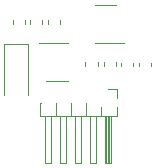
<source format=gto>
%TF.GenerationSoftware,KiCad,Pcbnew,(5.99.0-9986-gea87f52d5a)*%
%TF.CreationDate,2021-05-05T12:52:17-03:00*%
%TF.ProjectId,Sensors_V2,53656e73-6f72-4735-9f56-322e6b696361,rev?*%
%TF.SameCoordinates,Original*%
%TF.FileFunction,Legend,Top*%
%TF.FilePolarity,Positive*%
%FSLAX46Y46*%
G04 Gerber Fmt 4.6, Leading zero omitted, Abs format (unit mm)*
G04 Created by KiCad (PCBNEW (5.99.0-9986-gea87f52d5a)) date 2021-05-05 12:52:17*
%MOMM*%
%LPD*%
G01*
G04 APERTURE LIST*
%ADD10C,0.120000*%
G04 APERTURE END LIST*
D10*
%TO.C,R6*%
X137910000Y-79762779D02*
X137910000Y-79437221D01*
X136890000Y-79762779D02*
X136890000Y-79437221D01*
%TO.C,R3*%
X144590000Y-83024721D02*
X144590000Y-83350279D01*
X145610000Y-83024721D02*
X145610000Y-83350279D01*
%TO.C,J1*%
X143990000Y-87560000D02*
X143990000Y-91560000D01*
X142720000Y-87560000D02*
X142720000Y-91560000D01*
X141450000Y-87560000D02*
X141450000Y-91560000D01*
X145760000Y-85240000D02*
X145760000Y-86000000D01*
X145695000Y-86760000D02*
X145695000Y-87560000D01*
X140180000Y-87560000D02*
X140180000Y-91560000D01*
X144740000Y-91560000D02*
X144740000Y-87560000D01*
X145695000Y-87560000D02*
X139225000Y-87560000D01*
X140555000Y-86440000D02*
X140555000Y-87560000D01*
X140180000Y-91560000D02*
X139660000Y-91560000D01*
X145000000Y-85240000D02*
X145760000Y-85240000D01*
X143990000Y-91560000D02*
X143470000Y-91560000D01*
X143110323Y-86440000D02*
X143079677Y-86440000D01*
X144840000Y-87560000D02*
X144840000Y-91560000D01*
X142200000Y-91560000D02*
X142200000Y-87560000D01*
X142720000Y-91560000D02*
X142200000Y-91560000D01*
X145200000Y-87560000D02*
X145200000Y-91560000D01*
X143470000Y-91560000D02*
X143470000Y-87560000D01*
X145260000Y-91560000D02*
X144740000Y-91560000D01*
X144365000Y-86760000D02*
X144365000Y-87560000D01*
X139660000Y-91560000D02*
X139660000Y-87560000D01*
X141825000Y-86440000D02*
X141825000Y-87560000D01*
X145080000Y-87560000D02*
X145080000Y-91560000D01*
X141840323Y-86440000D02*
X141809677Y-86440000D01*
X144960000Y-87560000D02*
X144960000Y-91560000D01*
X140570323Y-86440000D02*
X140539677Y-86440000D01*
X140930000Y-91560000D02*
X140930000Y-87560000D01*
X139225000Y-86440000D02*
X139300323Y-86440000D01*
X143095000Y-86440000D02*
X143095000Y-87560000D01*
X139225000Y-87560000D02*
X139225000Y-86440000D01*
X145260000Y-87560000D02*
X145260000Y-91560000D01*
X141450000Y-91560000D02*
X140930000Y-91560000D01*
%TO.C,C1*%
X148610000Y-83362779D02*
X148610000Y-83037221D01*
X147590000Y-83362779D02*
X147590000Y-83037221D01*
%TO.C,U1*%
X145650000Y-78140000D02*
X143850000Y-78140000D01*
X143850000Y-81360000D02*
X146300000Y-81360000D01*
%TO.C,R2*%
X143065000Y-83350279D02*
X143065000Y-83024721D01*
X144085000Y-83350279D02*
X144085000Y-83024721D01*
%TO.C,R4*%
X140910000Y-79762779D02*
X140910000Y-79437221D01*
X139890000Y-79762779D02*
X139890000Y-79437221D01*
%TO.C,R5*%
X139410000Y-79762779D02*
X139410000Y-79437221D01*
X138390000Y-79762779D02*
X138390000Y-79437221D01*
%TO.C,D1*%
X138200000Y-85750000D02*
X138200000Y-81450000D01*
X136200000Y-81450000D02*
X136200000Y-85750000D01*
X138200000Y-81450000D02*
X136200000Y-81450000D01*
%TO.C,R1*%
X146090000Y-83362779D02*
X146090000Y-83037221D01*
X147110000Y-83362779D02*
X147110000Y-83037221D01*
%TO.C,U2*%
X141550000Y-81340000D02*
X139100000Y-81340000D01*
X139750000Y-84560000D02*
X141550000Y-84560000D01*
%TD*%
M02*

</source>
